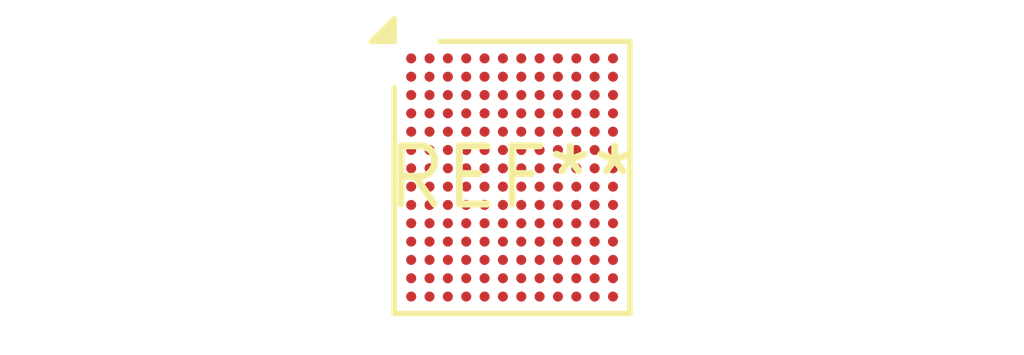
<source format=kicad_pcb>
(kicad_pcb (version 20240108) (generator pcbnew)
  (layers (0 "F.Cu" signal) (31 "B.Cu" signal) (34 "B.Paste" user) (35 "F.Paste" user) (36 "B.SilkS" user "B.Silkscreen") (37 "F.SilkS" user "F.Silkscreen") (38 "B.Mask" user) (39 "F.Mask" user) (44 "Edge.Cuts" user))
  (net 0 "")
  (footprint "ST_WLCSP-168_Die434" (layer "F.Cu") (at 0 0)
    (property "Reference" "REF**")
    (property "Value" "ST_WLCSP-168_Die434")
    (fp_line (start -2.57 2.97) (end -2.57 -1.97) (layer "F.SilkS") (stroke (width 0.12)))
    (fp_line (start -1.57 -2.97) (end 2.57 -2.97) (layer "F.SilkS") (stroke (width 0.12)))
    (fp_line (start 2.57 -2.97) (end 2.57 2.97) (layer "F.SilkS") (stroke (width 0.12)))
    (fp_line (start 2.57 2.97) (end -2.57 2.97) (layer "F.SilkS") (stroke (width 0.12)))
    (fp_poly (pts (xy -2.57 -2.97) (xy -3.07 -2.97) (xy -2.57 -3.47) (xy -2.57 -2.97)) (layer "F.SilkS") (stroke (width 0.12)) (fill solid))
    (pad "A1" smd circle (at -2.2 -2.6) (size 0.22 0.22) (property pad_prop_bga) (layers "F.Cu" "F.Paste" "F.Mask"))
    (pad "A2" smd circle (at -1.8 -2.6) (size 0.22 0.22) (property pad_prop_bga) (layers "F.Cu" "F.Paste" "F.Mask"))
    (pad "A3" smd circle (at -1.4 -2.6) (size 0.22 0.22) (property pad_prop_bga) (layers "F.Cu" "F.Paste" "F.Mask"))
    (pad "A4" smd circle (at -1 -2.6) (size 0.22 0.22) (property pad_prop_bga) (layers "F.Cu" "F.Paste" "F.Mask"))
    (pad "A5" smd circle (at -0.6 -2.6) (size 0.22 0.22) (property pad_prop_bga) (layers "F.Cu" "F.Paste" "F.Mask"))
    (pad "A6" smd circle (at -0.2 -2.6) (size 0.22 0.22) (property pad_prop_bga) (layers "F.Cu" "F.Paste" "F.Mask"))
    (pad "A7" smd circle (at 0.2 -2.6) (size 0.22 0.22) (property pad_prop_bga) (layers "F.Cu" "F.Paste" "F.Mask"))
    (pad "A8" smd circle (at 0.6 -2.6) (size 0.22 0.22) (property pad_prop_bga) (layers "F.Cu" "F.Paste" "F.Mask"))
    (pad "A9" smd circle (at 1 -2.6) (size 0.22 0.22) (property pad_prop_bga) (layers "F.Cu" "F.Paste" "F.Mask"))
    (pad "A10" smd circle (at 1.4 -2.6) (size 0.22 0.22) (property pad_prop_bga) (layers "F.Cu" "F.Paste" "F.Mask"))
    (pad "A11" smd circle (at 1.8 -2.6) (size 0.22 0.22) (property pad_prop_bga) (layers "F.Cu" "F.Paste" "F.Mask"))
    (pad "A12" smd circle (at 2.2 -2.6) (size 0.22 0.22) (property pad_prop_bga) (layers "F.Cu" "F.Paste" "F.Mask"))
    (pad "B1" smd circle (at -2.2 -2.2) (size 0.22 0.22) (property pad_prop_bga) (layers "F.Cu" "F.Paste" "F.Mask"))
    (pad "B2" smd circle (at -1.8 -2.2) (size 0.22 0.22) (property pad_prop_bga) (layers "F.Cu" "F.Paste" "F.Mask"))
    (pad "B3" smd circle (at -1.4 -2.2) (size 0.22 0.22) (property pad_prop_bga) (layers "F.Cu" "F.Paste" "F.Mask"))
    (pad "B4" smd circle (at -1 -2.2) (size 0.22 0.22) (property pad_prop_bga) (layers "F.Cu" "F.Paste" "F.Mask"))
    (pad "B5" smd circle (at -0.6 -2.2) (size 0.22 0.22) (property pad_prop_bga) (layers "F.Cu" "F.Paste" "F.Mask"))
    (pad "B6" smd circle (at -0.2 -2.2) (size 0.22 0.22) (property pad_prop_bga) (layers "F.Cu" "F.Paste" "F.Mask"))
    (pad "B7" smd circle (at 0.2 -2.2) (size 0.22 0.22) (property pad_prop_bga) (layers "F.Cu" "F.Paste" "F.Mask"))
    (pad "B8" smd circle (at 0.6 -2.2) (size 0.22 0.22) (property pad_prop_bga) (layers "F.Cu" "F.Paste" "F.Mask"))
    (pad "B9" smd circle (at 1 -2.2) (size 0.22 0.22) (property pad_prop_bga) (layers "F.Cu" "F.Paste" "F.Mask"))
    (pad "B10" smd circle (at 1.4 -2.2) (size 0.22 0.22) (property pad_prop_bga) (layers "F.Cu" "F.Paste" "F.Mask"))
    (pad "B11" smd circle (at 1.8 -2.2) (size 0.22 0.22) (property pad_prop_bga) (layers "F.Cu" "F.Paste" "F.Mask"))
    (pad "B12" smd circle (at 2.2 -2.2) (size 0.22 0.22) (property pad_prop_bga) (layers "F.Cu" "F.Paste" "F.Mask"))
    (pad "C1" smd circle (at -2.2 -1.8) (size 0.22 0.22) (property pad_prop_bga) (layers "F.Cu" "F.Paste" "F.Mask"))
    (pad "C2" smd circle (at -1.8 -1.8) (size 0.22 0.22) (property pad_prop_bga) (layers "F.Cu" "F.Paste" "F.Mask"))
    (pad "C3" smd circle (at -1.4 -1.8) (size 0.22 0.22) (property pad_prop_bga) (layers "F.Cu" "F.Paste" "F.Mask"))
    (pad "C4" smd circle (at -1 -1.8) (size 0.22 0.22) (property pad_prop_bga) (layers "F.Cu" "F.Paste" "F.Mask"))
    (pad "C5" smd circle (at -0.6 -1.8) (size 0.22 0.22) (property pad_prop_bga) (layers "F.Cu" "F.Paste" "F.Mask"))
    (pad "C6" smd circle (at -0.2 -1.8) (size 0.22 0.22) (property pad_prop_bga) (layers "F.Cu" "F.Paste" "F.Mask"))
    (pad "C7" smd circle (at 0.2 -1.8) (size 0.22 0.22) (property pad_prop_bga) (layers "F.Cu" "F.Paste" "F.Mask"))
    (pad "C8" smd circle (at 0.6 -1.8) (size 0.22 0.22) (property pad_prop_bga) (layers "F.Cu" "F.Paste" "F.Mask"))
    (pad "C9" smd circle (at 1 -1.8) (size 0.22 0.22) (property pad_prop_bga) (layers "F.Cu" "F.Paste" "F.Mask"))
    (pad "C10" smd circle (at 1.4 -1.8) (size 0.22 0.22) (property pad_prop_bga) (layers "F.Cu" "F.Paste" "F.Mask"))
    (pad "C11" smd circle (at 1.8 -1.8) (size 0.22 0.22) (property pad_prop_bga) (layers "F.Cu" "F.Paste" "F.Mask"))
    (pad "C12" smd circle (at 2.2 -1.8) (size 0.22 0.22) (property pad_prop_bga) (layers "F.Cu" "F.Paste" "F.Mask"))
    (pad "D1" smd circle (at -2.2 -1.4) (size 0.22 0.22) (property pad_prop_bga) (layers "F.Cu" "F.Paste" "F.Mask"))
    (pad "D2" smd circle (at -1.8 -1.4) (size 0.22 0.22) (property pad_prop_bga) (layers "F.Cu" "F.Paste" "F.Mask"))
    (pad "D3" smd circle (at -1.4 -1.4) (size 0.22 0.22) (property pad_prop_bga) (layers "F.Cu" "F.Paste" "F.Mask"))
    (pad "D4" smd circle (at -1 -1.4) (size 0.22 0.22) (property pad_prop_bga) (layers "F.Cu" "F.Paste" "F.Mask"))
    (pad "D5" smd circle (at -0.6 -1.4) (size 0.22 0.22) (property pad_prop_bga) (layers "F.Cu" "F.Paste" "F.Mask"))
    (pad "D6" smd circle (at -0.2 -1.4) (size 0.22 0.22) (property pad_prop_bga) (layers "F.Cu" "F.Paste" "F.Mask"))
    (pad "D7" smd circle (at 0.2 -1.4) (size 0.22 0.22) (property pad_prop_bga) (layers "F.Cu" "F.Paste" "F.Mask"))
    (pad "D8" smd circle (at 0.6 -1.4) (size 0.22 0.22) (property pad_prop_bga) (layers "F.Cu" "F.Paste" "F.Mask"))
    (pad "D9" smd circle (at 1 -1.4) (size 0.22 0.22) (property pad_prop_bga) (layers "F.Cu" "F.Paste" "F.Mask"))
    (pad "D10" smd circle (at 1.4 -1.4) (size 0.22 0.22) (property pad_prop_bga) (layers "F.Cu" "F.Paste" "F.Mask"))
    (pad "D11" smd circle (at 1.8 -1.4) (size 0.22 0.22) (property pad_prop_bga) (layers "F.Cu" "F.Paste" "F.Mask"))
    (pad "D12" smd circle (at 2.2 -1.4) (size 0.22 0.22) (property pad_prop_bga) (layers "F.Cu" "F.Paste" "F.Mask"))
    (pad "E1" smd circle (at -2.2 -1) (size 0.22 0.22) (property pad_prop_bga) (layers "F.Cu" "F.Paste" "F.Mask"))
    (pad "E2" smd circle (at -1.8 -1) (size 0.22 0.22) (property pad_prop_bga) (layers "F.Cu" "F.Paste" "F.Mask"))
    (pad "E3" smd circle (at -1.4 -1) (size 0.22 0.22) (property pad_prop_bga) (layers "F.Cu" "F.Paste" "F.Mask"))
    (pad "E4" smd circle (at -1 -1) (size 0.22 0.22) (property pad_prop_bga) (layers "F.Cu" "F.Paste" "F.Mask"))
    (pad "E5" smd circle (at -0.6 -1) (size 0.22 0.22) (property pad_prop_bga) (layers "F.Cu" "F.Paste" "F.Mask"))
    (pad "E6" smd circle (at -0.2 -1) (size 0.22 0.22) (property pad_prop_bga) (layers "F.Cu" "F.Paste" "F.Mask"))
    (pad "E7" smd circle (at 0.2 -1) (size 0.22 0.22) (property pad_prop_bga) (layers "F.Cu" "F.Paste" "F.Mask"))
    (pad "E8" smd circle (at 0.6 -1) (size 0.22 0.22) (property pad_prop_bga) (layers "F.Cu" "F.Paste" "F.Mask"))
    (pad "E9" smd circle (at 1 -1) (size 0.22 0.22) (property pad_prop_bga) (layers "F.Cu" "F.Paste" "F.Mask"))
    (pad "E10" smd circle (at 1.4 -1) (size 0.22 0.22) (property pad_prop_bga) (layers "F.Cu" "F.Paste" "F.Mask"))
    (pad "E11" smd circle (at 1.8 -1) (size 0.22 0.22) (property pad_prop_bga) (layers "F.Cu" "F.Paste" "F.Mask"))
    (pad "E12" smd circle (at 2.2 -1) (size 0.22 0.22) (property pad_prop_bga) (layers "F.Cu" "F.Paste" "F.Mask"))
    (pad "F1" smd circle (at -2.2 -0.6) (size 0.22 0.22) (property pad_prop_bga) (layers "F.Cu" "F.Paste" "F.Mask"))
    (pad "F2" smd circle (at -1.8 -0.6) (size 0.22 0.22) (property pad_prop_bga) (layers "F.Cu" "F.Paste" "F.Mask"))
    (pad "F3" smd circle (at -1.4 -0.6) (size 0.22 0.22) (property pad_prop_bga) (layers "F.Cu" "F.Paste" "F.Mask"))
    (pad "F4" smd circle (at -1 -0.6) (size 0.22 0.22) (property pad_prop_bga) (layers "F.Cu" "F.Paste" "F.Mask"))
    (pad "F5" smd circle (at -0.6 -0.6) (size 0.22 0.22) (property pad_prop_bga) (layers "F.Cu" "F.Paste" "F.Mask"))
    (pad "F6" smd circle (at -0.2 -0.6) (size 0.22 0.22) (property pad_prop_bga) (layers "F.Cu" "F.Paste" "F.Mask"))
    (pad "F7" smd circle (at 0.2 -0.6) (size 0.22 0.22) (property pad_prop_bga) (layers "F.Cu" "F.Paste" "F.Mask"))
    (pad "F8" smd circle (at 0.6 -0.6) (size 0.22 0.22) (property pad_prop_bga) (layers "F.Cu" "F.Paste" "F.Mask"))
    (pad "F9" smd circle (at 1 -0.6) (size 0.22 0.22) (property pad_prop_bga) (layers "F.Cu" "F.Paste" "F.Mask"))
    (pad "F10" smd circle (at 1.4 -0.6) (size 0.22 0.22) (property pad_prop_bga) (layers "F.Cu" "F.Paste" "F.Mask"))
    (pad "F11" smd circle (at 1.8 -0.6) (size 0.22 0.22) (property pad_prop_bga) (layers "F.Cu" "F.Paste" "F.Mask"))
    (pad "F12" smd circle (at 2.2 -0.6) (size 0.22 0.22) (property pad_prop_bga) (layers "F.Cu" "F.Paste" "F.Mask"))
    (pad "G1" smd circle (at -2.2 -0.2) (size 0.22 0.22) (property pad_prop_bga) (layers "F.Cu" "F.Paste" "F.Mask"))
    (pad "G2" smd circle (at -1.8 -0.2) (size 0.22 0.22) (property pad_prop_bga) (layers "F.Cu" "F.Paste" "F.Mask"))
    (pad "G3" smd circle (at -1.4 -0.2) (size 0.22 0.22) (property pad_prop_bga) (layers "F.Cu" "F.Paste" "F.Mask"))
    (pad "G4" smd circle (at -1 -0.2) (size 0.22 0.22) (property pad_prop_bga) (layers "F.Cu" "F.Paste" "F.Mask"))
    (pad "G5" smd circle (at -0.6 -0.2) (size 0.22 0.22) (property pad_prop_bga) (layers "F.Cu" "F.Paste" "F.Mask"))
    (pad "G6" smd circle (at -0.2 -0.2) (size 0.22 0.22) (property pad_prop_bga) (layers "F.Cu" "F.Paste" "F.Mask"))
    (pad "G7" smd circle (at 0.2 -0.2) (size 0.22 0.22) (property pad_prop_bga) (layers "F.Cu" "F.Paste" "F.Mask"))
    (pad "G8" smd circle (at 0.6 -0.2) (size 0.22 0.22) (property pad_prop_bga) (layers "F.Cu" "F.Paste" "F.Mask"))
    (pad "G9" smd circle (at 1 -0.2) (size 0.22 0.22) (property pad_prop_bga) (layers "F.Cu" "F.Paste" "F.Mask"))
    (pad "G10" smd circle (at 1.4 -0.2) (size 0.22 0.22) (property pad_prop_bga) (layers "F.Cu" "F.Paste" "F.Mask"))
    (pad "G11" smd circle (at 1.8 -0.2) (size 0.22 0.22) (property pad_prop_bga) (layers "F.Cu" "F.Paste" "F.Mask"))
    (pad "G12" smd circle (at 2.2 -0.2) (size 0.22 0.22) (property pad_prop_bga) (layers "F.Cu" "F.Paste" "F.Mask"))
    (pad "H1" smd circle (at -2.2 0.2) (size 0.22 0.22) (property pad_prop_bga) (layers "F.Cu" "F.Paste" "F.Mask"))
    (pad "H2" smd circle (at -1.8 0.2) (size 0.22 0.22) (property pad_prop_bga) (layers "F.Cu" "F.Paste" "F.Mask"))
    (pad "H3" smd circle (at -1.4 0.2) (size 0.22 0.22) (property pad_prop_bga) (layers "F.Cu" "F.Paste" "F.Mask"))
    (pad "H4" smd circle (at -1 0.2) (size 0.22 0.22) (property pad_prop_bga) (layers "F.Cu" "F.Paste" "F.Mask"))
    (pad "H5" smd circle (at -0.6 0.2) (size 0.22 0.22) (property pad_prop_bga) (layers "F.Cu" "F.Paste" "F.Mask"))
    (pad "H6" smd circle (at -0.2 0.2) (size 0.22 0.22) (property pad_prop_bga) (layers "F.Cu" "F.Paste" "F.Mask"))
    (pad "H7" smd circle (at 0.2 0.2) (size 0.22 0.22) (property pad_prop_bga) (layers "F.Cu" "F.Paste" "F.Mask"))
    (pad "H8" smd circle (at 0.6 0.2) (size 0.22 0.22) (property pad_prop_bga) (layers "F.Cu" "F.Paste" "F.Mask"))
    (pad "H9" smd circle (at 1 0.2) (size 0.22 0.22) (property pad_prop_bga) (layers "F.Cu" "F.Paste" "F.Mask"))
    (pad "H10" smd circle (at 1.4 0.2) (size 0.22 0.22) (property pad_prop_bga) (layers "F.Cu" "F.Paste" "F.Mask"))
    (pad "H11" smd circle (at 1.8 0.2) (size 0.22 0.22) (property pad_prop_bga) (layers "F.Cu" "F.Paste" "F.Mask"))
    (pad "H12" smd circle (at 2.2 0.2) (size 0.22 0.22) (property pad_prop_bga) (layers "F.Cu" "F.Paste" "F.Mask"))
    (pad "J1" smd circle (at -2.2 0.6) (size 0.22 0.22) (property pad_prop_bga) (layers "F.Cu" "F.Paste" "F.Mask"))
    (pad "J2" smd circle (at -1.8 0.6) (size 0.22 0.22) (property pad_prop_bga) (layers "F.Cu" "F.Paste" "F.Mask"))
    (pad "J3" smd circle (at -1.4 0.6) (size 0.22 0.22) (property pad_prop_bga) (layers "F.Cu" "F.Paste" "F.Mask"))
    (pad "J4" smd circle (at -1 0.6) (size 0.22 0.22) (property pad_prop_bga) (layers "F.Cu" "F.Paste" "F.Mask"))
    (pad "J5" smd circle (at -0.6 0.6) (size 0.22 0.22) (property pad_prop_bga) (layers "F.Cu" "F.Paste" "F.Mask"))
    (pad "J6" smd circle (at -0.2 0.6) (size 0.22 0.22) (property pad_prop_bga) (layers "F.Cu" "F.Paste" "F.Mask"))
    (pad "J7" smd circle (at 0.2 0.6) (size 0.22 0.22) (property pad_prop_bga) (layers "F.Cu" "F.Paste" "F.Mask"))
    (pad "J8" smd circle (at 0.6 0.6) (size 0.22 0.22) (property pad_prop_bga) (layers "F.Cu" "F.Paste" "F.Mask"))
    (pad "J9" smd circle (at 1 0.6) (size 0.22 0.22) (property pad_prop_bga) (layers "F.Cu" "F.Paste" "F.Mask"))
    (pad "J10" smd circle (at 1.4 0.6) (size 0.22 0.22) (property pad_prop_bga) (layers "F.Cu" "F.Paste" "F.Mask"))
    (pad "J11" smd circle (at 1.8 0.6) (size 0.22 0.22) (property pad_prop_bga) (layers "F.Cu" "F.Paste" "F.Mask"))
    (pad "J12" smd circle (at 2.2 0.6) (size 0.22 0.22) (property pad_prop_bga) (layers "F.Cu" "F.Paste" "F.Mask"))
    (pad "K1" smd circle (at -2.2 1) (size 0.22 0.22) (property pad_prop_bga) (layers "F.Cu" "F.Paste" "F.Mask"))
    (pad "K2" smd circle (at -1.8 1) (size 0.22 0.22) (property pad_prop_bga) (layers "F.Cu" "F.Paste" "F.Mask"))
    (pad "K3" smd circle (at -1.4 1) (size 0.22 0.22) (property pad_prop_bga) (layers "F.Cu" "F.Paste" "F.Mask"))
    (pad "K4" smd circle (at -1 1) (size 0.22 0.22) (property pad_prop_bga) (layers "F.Cu" "F.Paste" "F.Mask"))
    (pad "K5" smd circle (at -0.6 1) (size 0.22 0.22) (property pad_prop_bga) (layers "F.Cu" "F.Paste" "F.Mask"))
    (pad "K6" smd circle (at -0.2 1) (size 0.22 0.22) (property pad_prop_bga) (layers "F.Cu" "F.Paste" "F.Mask"))
    (pad "K7" smd circle (at 0.2 1) (size 0.22 0.22) (property pad_prop_bga) (layers "F.Cu" "F.Paste" "F.Mask"))
    (pad "K8" smd circle (at 0.6 1) (size 0.22 0.22) (property pad_prop_bga) (layers "F.Cu" "F.Paste" "F.Mask"))
    (pad "K9" smd circle (at 1 1) (size 0.22 0.22) (property pad_prop_bga) (layers "F.Cu" "F.Paste" "F.Mask"))
    (pad "K10" smd circle (at 1.4 1) (size 0.22 0.22) (property pad_prop_bga) (layers "F.Cu" "F.Paste" "F.Mask"))
    (pad "K11" smd circle (at 1.8 1) (size 0.22 0.22) (property pad_prop_bga) (layers "F.Cu" "F.Paste" "F.Mask"))
    (pad "K12" smd circle (at 2.2 1) (size 0.22 0.22) (property pad_prop_bga) (layers "F.Cu" "F.Paste" "F.Mask"))
    (pad "L1" smd circle (at -2.2 1.4) (size 0.22 0.22) (property pad_prop_bga) (layers "F.Cu" "F.Paste" "F.Mask"))
    (pad "L2" smd circle (at -1.8 1.4) (size 0.22 0.22) (property pad_prop_bga) (layers "F.Cu" "F.Paste" "F.Mask"))
    (pad "L3" smd circle (at -1.4 1.4) (size 0.22 0.22) (property pad_prop_bga) (layers "F.Cu" "F.Paste" "F.Mask"))
    (pad "L4" smd circle (at -1 1.4) (size 0.22 0.22) (property pad_prop_bga) (layers "F.Cu" "F.Paste" "F.Mask"))
    (pad "L5" smd circle (at -0.6 1.4) (size 0.22 0.22) (property pad_prop_bga) (layers "F.Cu" "F.Paste" "F.Mask"))
    (pad "L6" smd circle (at -0.2 1.4) (size 0.22 0.22) (property pad_prop_bga) (layers "F.Cu" "F.Paste" "F.Mask"))
    (pad "L7" smd circle (at 0.2 1.4) (size 0.22 0.22) (property pad_prop_bga) (layers "F.Cu" "F.Paste" "F.Mask"))
    (pad "L8" smd circle (at 0.6 1.4) (size 0.22 0.22) (property pad_prop_bga) (layers "F.Cu" "F.Paste" "F.Mask"))
    (pad "L9" smd circle (at 1 1.4) (size 0.22 0.22) (property pad_prop_bga) (layers "F.Cu" "F.Paste" "F.Mask"))
    (pad "L10" smd circle (at 1.4 1.4) (size 0.22 0.22) (property pad_prop_bga) (layers "F.Cu" "F.Paste" "F.Mask"))
    (pad "L11" smd circle (at 1.8 1.4) (size 0.22 0.22) (property pad_prop_bga) (layers "F.Cu" "F.Paste" "F.Mask"))
    (pad "L12" smd circle (at 2.2 1.4) (size 0.22 0.22) (property pad_prop_bga) (layers "F.Cu" "F.Paste" "F.Mask"))
    (pad "M1" smd circle (at -2.2 1.8) (size 0.22 0.22) (property pad_prop_bga) (layers "F.Cu" "F.Paste" "F.Mask"))
    (pad "M2" smd circle (at -1.8 1.8) (size 0.22 0.22) (property pad_prop_bga) (layers "F.Cu" "F.Paste" "F.Mask"))
    (pad "M3" smd circle (at -1.4 1.8) (size 0.22 0.22) (property pad_prop_bga) (layers "F.Cu" "F.Paste" "F.Mask"))
    (pad "M4" smd circle (at -1 1.8) (size 0.22 0.22) (property pad_prop_bga) (layers "F.Cu" "F.Paste" "F.Mask"))
    (pad "M5" smd circle (at -0.6 1.8) (size 0.22 0.22) (property pad_prop_bga) (layers "F.Cu" "F.Paste" "F.Mask"))
    (pad "M6" smd circle (at -0.2 1.8) (size 0.22 0.22) (property pad_prop_bga) (layers "F.Cu" "F.Paste" "F.Mask"))
    (pad "M7" smd circle (at 0.2 1.8) (size 0.22 0.22) (property pad_prop_bga) (layers "F.Cu" "F.Paste" "F.Mask"))
    (pad "M8" smd circle (at 0.6 1.8) (size 0.22 0.22) (property pad_prop_bga) (layers "F.Cu" "F.Paste" "F.Mask"))
    (pad "M9" smd circle (at 1 1.8) (size 0.22 0.22) (property pad_prop_bga) (layers "F.Cu" "F.Paste" "F.Mask"))
    (pad "M10" smd circle (at 1.4 1.8) (size 0.22 0.22) (property pad_prop_bga) (layers "F.Cu" "F.Paste" "F.Mask"))
    (pad "M11" smd circle (at 1.8 1.8) (size 0.22 0.22) (property pad_prop_bga) (layers "F.Cu" "F.Paste" "F.Mask"))
    (pad "M12" smd circle (at 2.2 1.8) (size 0.22 0.22) (property pad_prop_bga) (layers "F.Cu" "F.Paste" "F.Mask"))
    (pad "N1" smd circle (at -2.2 2.2) (size 0.22 0.22) (property pad_prop_bga) (layers "F.Cu" "F.Paste" "F.Mask"))
    (pad "N2" smd circle (at -1.8 2.2) (size 0.22 0.22) (property pad_prop_bga) (layers "F.Cu" "F.Paste" "F.Mask"))
    (pad "N3" smd circle (at -1.4 2.2) (size 0.22 0.22) (property pad_prop_bga) (layers "F.Cu" "F.Paste" "F.Mask"))
    (pad "N4" smd circle (at -1 2.2) (size 0.22 0.22) (property pad_prop_bga) (layers "F.Cu" "F.Paste" "F.Mask"))
    (pad "N5" smd circle (at -0.6 2.2) (size 0.22 0.22) (property pad_prop_bga) (layers "F.Cu" "F.Paste" "F.Mask"))
    (pad "N6" smd circle (at -0.2 2.2) (size 0.22 0.22) (property pad_prop_bga) (layers "F.Cu" "F.Paste" "F.Mask"))
    (pad "N7" smd circle (at 0.2 2.2) (size 0.22 0.22) (property pad_prop_bga) (layers "F.Cu" "F.Paste" "F.Mask"))
    (pad "N8" smd circle (at 0.6 2.2) (size 0.22 0.22) (property pad_prop_bga) (layers "F.Cu" "F.Paste" "F.Mask"))
    (pad "N9" smd circle (at 1 2.2) (size 0.22 0.22) (property pad_prop_bga) (layers "F.Cu" "F.Paste" "F.Mask"))
    (pad "N10" smd circle (at 1.4 2.2) (size 0.22 0.22) (property pad_prop_bga) (layers "F.Cu" "F.Paste" "F.Mask"))
    (pad "N11" smd circle (at 1.8 2.2) (size 0.22 0.22) (property pad_prop_bga) (layers "F.Cu" "F.Paste" "F.Mask"))
    (pad "N12" smd circle (at 2.2 2.2) (size 0.22 0.22) (property pad_prop_bga) (layers "F.Cu" "F.Paste" "F.Mask"))
    (pad "P1" smd circle (at -2.2 2.6) (size 0.22 0.22) (property pad_prop_bga) (layers "F.Cu" "F.Paste" "F.Mask"))
    (pad "P2" smd circle (at -1.8 2.6) (size 0.22 0.22) (property pad_prop_bga) (layers "F.Cu" "F.Paste" "F.Mask"))
    (pad "P3" smd circle (at -1.4 2.6) (size 0.22 0.22) (property pad_prop_bga) (layers "F.Cu" "F.Paste" "F.Mask"))
    (pad "P4" smd circle (at -1 2.6) (size 0.22 0.22) (property pad_prop_bga) (layers "F.Cu" "F.Paste" "F.Mask"))
    (pad "P5" smd circle (at -0.6 2.6) (size 0.22 0.22) (property pad_prop_bga) (layers "F.Cu" "F.Paste" "F.Mask"))
    (pad "P6" smd circle (at -0.2 2.6) (size 0.22 0.22) (property pad_prop_bga) (layers "F.Cu" "F.Paste" "F.Mask"))
    (pad "P7" smd circle (at 0.2 2.6) (size 0.22 0.22) (property pad_prop_bga) (layers "F.Cu" "F.Paste" "F.Mask"))
    (pad "P8" smd circle (at 0.6 2.6) (size 0.22 0.22) (property pad_prop_bga) (layers "F.Cu" "F.Paste" "F.Mask"))
    (pad "P9" smd circle (at 1 2.6) (size 0.22 0.22) (property pad_prop_bga) (layers "F.Cu" "F.Paste" "F.Mask"))
    (pad "P10" smd circle (at 1.4 2.6) (size 0.22 0.22) (property pad_prop_bga) (layers "F.Cu" "F.Paste" "F.Mask"))
    (pad "P11" smd circle (at 1.8 2.6) (size 0.22 0.22) (property pad_prop_bga) (layers "F.Cu" "F.Paste" "F.Mask"))
    (pad "P12" smd circle (at 2.2 2.6) (size 0.22 0.22) (property pad_prop_bga) (layers "F.Cu" "F.Paste" "F.Mask"))
  )
)
</source>
